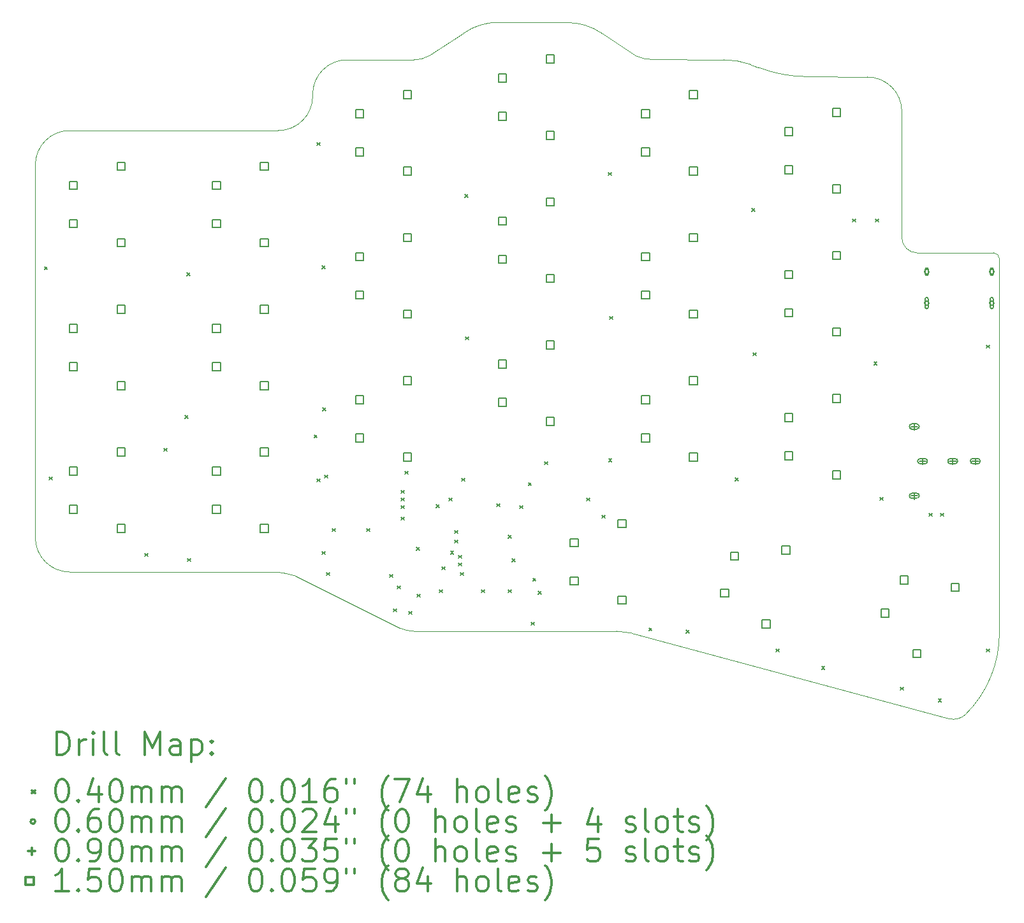
<source format=gbr>
%FSLAX45Y45*%
G04 Gerber Fmt 4.5, Leading zero omitted, Abs format (unit mm)*
G04 Created by KiCad (PCBNEW (5.1.6-0-10_14)) date 2020-09-20 19:37:47*
%MOMM*%
%LPD*%
G01*
G04 APERTURE LIST*
%TA.AperFunction,Profile*%
%ADD10C,0.050000*%
%TD*%
%ADD11C,0.200000*%
%ADD12C,0.300000*%
G04 APERTURE END LIST*
D10*
X12293600Y-4973156D02*
X13258800Y-4978400D01*
X11176000Y-4483100D02*
X10265874Y-4479993D01*
X12293600Y-4973156D02*
G75*
G02*
X12094252Y-4926816I0J451956D01*
G01*
X15621000Y-5664200D02*
X15621000Y-7340600D01*
X14376400Y-5201948D02*
X15163800Y-5207000D01*
X14376400Y-5201948D02*
G75*
G02*
X13716000Y-5080000I0J1849148D01*
G01*
X13606116Y-5036521D02*
X13716000Y-5080000D01*
X13606116Y-5036521D02*
G75*
G03*
X13258800Y-4978400I-347316J-1008679D01*
G01*
X12094252Y-4926816D02*
X11637473Y-4625907D01*
X11176000Y-4483100D02*
G75*
G02*
X11637473Y-4625907I4274J-803207D01*
G01*
X8255000Y-4978400D02*
X8331200Y-4978400D01*
X7340600Y-5918200D02*
X4572000Y-5918200D01*
X16840200Y-7543800D02*
X15824200Y-7543800D01*
X16916400Y-7772400D02*
X16916400Y-7620000D01*
X16840200Y-7543800D02*
G75*
G02*
X16916400Y-7620000I0J-76200D01*
G01*
X15824200Y-7543800D02*
G75*
G02*
X15621000Y-7340600I0J203200D01*
G01*
X15621000Y-5664200D02*
G75*
G03*
X15163800Y-5207000I-457200J0D01*
G01*
X8331200Y-4978400D02*
X9144000Y-4978400D01*
X10265874Y-4479993D02*
G75*
G03*
X9804400Y-4622800I-4274J-803207D01*
G01*
X9347621Y-4923709D02*
X9804400Y-4622800D01*
X9347621Y-4923709D02*
G75*
G02*
X9144000Y-4978400I-203621J351709D01*
G01*
X7797800Y-5461000D02*
X7797800Y-5435600D01*
X8255000Y-4978400D02*
G75*
G03*
X7797800Y-5435600I0J-457200D01*
G01*
X7340600Y-5918200D02*
G75*
G03*
X7797800Y-5461000I0J457200D01*
G01*
X4114800Y-11328400D02*
X4114800Y-6375400D01*
X7213740Y-11788270D02*
X4572000Y-11785600D01*
X4572000Y-5918200D02*
G75*
G03*
X4114800Y-6375400I0J-457200D01*
G01*
X4114800Y-11328400D02*
G75*
G03*
X4572000Y-11785600I457200J0D01*
G01*
X8950779Y-12530164D02*
X7569200Y-11836400D01*
X8950779Y-12530164D02*
G75*
G03*
X9144000Y-12573000I193221J414364D01*
G01*
X11836400Y-12573385D02*
X9144000Y-12573000D01*
X11836400Y-12573385D02*
G75*
G02*
X12039600Y-12598400I0J-837815D01*
G01*
X16247053Y-13735777D02*
X12039600Y-12598400D01*
X7213740Y-11788270D02*
G75*
G02*
X7569200Y-11836400I50660J-962530D01*
G01*
X16247053Y-13735777D02*
G75*
G03*
X16470031Y-13676031I59747J222977D01*
G01*
X16470031Y-13676031D02*
G75*
G03*
X16916400Y-12598400I-1077631J1077631D01*
G01*
X16916400Y-7772400D02*
X16916400Y-12598400D01*
D11*
X4234500Y-7727000D02*
X4274500Y-7767000D01*
X4274500Y-7727000D02*
X4234500Y-7767000D01*
X4298000Y-10521000D02*
X4338000Y-10561000D01*
X4338000Y-10521000D02*
X4298000Y-10561000D01*
X5568000Y-11537000D02*
X5608000Y-11577000D01*
X5608000Y-11537000D02*
X5568000Y-11577000D01*
X5822000Y-10140000D02*
X5862000Y-10180000D01*
X5862000Y-10140000D02*
X5822000Y-10180000D01*
X6104600Y-9705000D02*
X6144600Y-9745000D01*
X6144600Y-9705000D02*
X6104600Y-9745000D01*
X6125000Y-7805000D02*
X6165000Y-7845000D01*
X6165000Y-7805000D02*
X6125000Y-7845000D01*
X6135000Y-11605000D02*
X6175000Y-11645000D01*
X6175000Y-11605000D02*
X6135000Y-11645000D01*
X7815900Y-9962200D02*
X7855900Y-10002200D01*
X7855900Y-9962200D02*
X7815900Y-10002200D01*
X7854000Y-6076000D02*
X7894000Y-6116000D01*
X7894000Y-6076000D02*
X7854000Y-6116000D01*
X7854000Y-10546400D02*
X7894000Y-10586400D01*
X7894000Y-10546400D02*
X7854000Y-10586400D01*
X7922700Y-7712300D02*
X7962700Y-7752300D01*
X7962700Y-7712300D02*
X7922700Y-7752300D01*
X7922700Y-11512300D02*
X7962700Y-11552300D01*
X7962700Y-11512300D02*
X7922700Y-11552300D01*
X7929300Y-9605700D02*
X7969300Y-9645700D01*
X7969300Y-9605700D02*
X7929300Y-9645700D01*
X7955600Y-10495600D02*
X7995600Y-10535600D01*
X7995600Y-10495600D02*
X7955600Y-10535600D01*
X7981000Y-11791000D02*
X8021000Y-11831000D01*
X8021000Y-11791000D02*
X7981000Y-11831000D01*
X8057200Y-11206800D02*
X8097200Y-11246800D01*
X8097200Y-11206800D02*
X8057200Y-11246800D01*
X8514400Y-11206800D02*
X8554400Y-11246800D01*
X8554400Y-11206800D02*
X8514400Y-11246800D01*
X8819200Y-11816400D02*
X8859200Y-11856400D01*
X8859200Y-11816400D02*
X8819200Y-11856400D01*
X8870000Y-12273600D02*
X8910000Y-12313600D01*
X8910000Y-12273600D02*
X8870000Y-12313600D01*
X8920800Y-11968800D02*
X8960800Y-12008800D01*
X8960800Y-11968800D02*
X8920800Y-12008800D01*
X8971600Y-10698800D02*
X9011600Y-10738800D01*
X9011600Y-10698800D02*
X8971600Y-10738800D01*
X8971600Y-10800400D02*
X9011600Y-10840400D01*
X9011600Y-10800400D02*
X8971600Y-10840400D01*
X8971600Y-10902000D02*
X9011600Y-10942000D01*
X9011600Y-10902000D02*
X8971600Y-10942000D01*
X8971600Y-11054400D02*
X9011600Y-11094400D01*
X9011600Y-11054400D02*
X8971600Y-11094400D01*
X9022400Y-10444800D02*
X9062400Y-10484800D01*
X9062400Y-10444800D02*
X9022400Y-10484800D01*
X9073200Y-12309002D02*
X9113200Y-12349002D01*
X9113200Y-12309002D02*
X9073200Y-12349002D01*
X9175642Y-11459800D02*
X9215642Y-11499800D01*
X9215642Y-11459800D02*
X9175642Y-11499800D01*
X9182730Y-12079545D02*
X9222730Y-12119545D01*
X9222730Y-12079545D02*
X9182730Y-12119545D01*
X9440760Y-10888747D02*
X9480760Y-10928747D01*
X9480760Y-10888747D02*
X9440760Y-10928747D01*
X9479600Y-12019600D02*
X9519600Y-12059600D01*
X9519600Y-12019600D02*
X9479600Y-12059600D01*
X9512094Y-11714800D02*
X9552094Y-11754800D01*
X9552094Y-11714800D02*
X9512094Y-11754800D01*
X9606600Y-10800400D02*
X9646600Y-10840400D01*
X9646600Y-10800400D02*
X9606600Y-10840400D01*
X9628807Y-11507997D02*
X9668807Y-11547997D01*
X9668807Y-11507997D02*
X9628807Y-11547997D01*
X9682800Y-11232200D02*
X9722800Y-11272200D01*
X9722800Y-11232200D02*
X9682800Y-11272200D01*
X9682800Y-11359200D02*
X9722800Y-11399200D01*
X9722800Y-11359200D02*
X9682800Y-11399200D01*
X9733600Y-11562400D02*
X9773600Y-11602400D01*
X9773600Y-11562400D02*
X9733600Y-11602400D01*
X9733600Y-11664000D02*
X9773600Y-11704000D01*
X9773600Y-11664000D02*
X9733600Y-11704000D01*
X9757269Y-11791517D02*
X9797269Y-11831517D01*
X9797269Y-11791517D02*
X9757269Y-11831517D01*
X9776300Y-10538300D02*
X9816300Y-10578300D01*
X9816300Y-10538300D02*
X9776300Y-10578300D01*
X9816500Y-6768500D02*
X9856500Y-6808500D01*
X9856500Y-6768500D02*
X9816500Y-6808500D01*
X9826700Y-8658300D02*
X9866700Y-8698300D01*
X9866700Y-8658300D02*
X9826700Y-8698300D01*
X10038400Y-12019600D02*
X10078400Y-12059600D01*
X10078400Y-12019600D02*
X10038400Y-12059600D01*
X10241600Y-10876600D02*
X10281600Y-10916600D01*
X10281600Y-10876600D02*
X10241600Y-10916600D01*
X10394000Y-11295700D02*
X10434000Y-11335700D01*
X10434000Y-11295700D02*
X10394000Y-11335700D01*
X10394000Y-12019600D02*
X10434000Y-12059600D01*
X10434000Y-12019600D02*
X10394000Y-12059600D01*
X10443699Y-11612501D02*
X10483699Y-11652501D01*
X10483699Y-11612501D02*
X10443699Y-11652501D01*
X10546400Y-10902000D02*
X10586400Y-10942000D01*
X10586400Y-10902000D02*
X10546400Y-10942000D01*
X10660700Y-10597200D02*
X10700700Y-10637200D01*
X10700700Y-10597200D02*
X10660700Y-10637200D01*
X10698800Y-12451400D02*
X10738800Y-12491400D01*
X10738800Y-12451400D02*
X10698800Y-12491400D01*
X10721801Y-11867200D02*
X10761801Y-11907200D01*
X10761801Y-11867200D02*
X10721801Y-11907200D01*
X10794502Y-12043067D02*
X10834502Y-12083067D01*
X10834502Y-12043067D02*
X10794502Y-12083067D01*
X10876600Y-10317800D02*
X10916600Y-10357800D01*
X10916600Y-10317800D02*
X10876600Y-10357800D01*
X11435400Y-10800400D02*
X11475400Y-10840400D01*
X11475400Y-10800400D02*
X11435400Y-10840400D01*
X11638600Y-11029000D02*
X11678600Y-11069000D01*
X11678600Y-11029000D02*
X11638600Y-11069000D01*
X11723600Y-6473600D02*
X11763600Y-6513600D01*
X11763600Y-6473600D02*
X11723600Y-6513600D01*
X11728600Y-10278600D02*
X11768600Y-10318600D01*
X11768600Y-10278600D02*
X11728600Y-10318600D01*
X11738800Y-8388800D02*
X11778800Y-8428800D01*
X11778800Y-8388800D02*
X11738800Y-8428800D01*
X12260900Y-12527600D02*
X12300900Y-12567600D01*
X12300900Y-12527600D02*
X12260900Y-12567600D01*
X12754200Y-12555000D02*
X12794200Y-12595000D01*
X12794200Y-12555000D02*
X12754200Y-12595000D01*
X13406300Y-10531300D02*
X13446300Y-10571300D01*
X13446300Y-10531300D02*
X13406300Y-10571300D01*
X13629900Y-6954900D02*
X13669900Y-6994900D01*
X13669900Y-6954900D02*
X13629900Y-6994900D01*
X13645100Y-8870100D02*
X13685100Y-8910100D01*
X13685100Y-8870100D02*
X13645100Y-8910100D01*
X13950000Y-12807000D02*
X13990000Y-12847000D01*
X13990000Y-12807000D02*
X13950000Y-12847000D01*
X14555522Y-13039678D02*
X14595522Y-13079678D01*
X14595522Y-13039678D02*
X14555522Y-13079678D01*
X14966000Y-7092000D02*
X15006000Y-7132000D01*
X15006000Y-7092000D02*
X14966000Y-7132000D01*
X15249900Y-8992500D02*
X15289900Y-9032500D01*
X15289900Y-8992500D02*
X15249900Y-9032500D01*
X15270300Y-7092500D02*
X15310300Y-7132500D01*
X15310300Y-7092500D02*
X15270300Y-7132500D01*
X15329750Y-10792250D02*
X15369750Y-10832250D01*
X15369750Y-10792250D02*
X15329750Y-10832250D01*
X15601000Y-13315000D02*
X15641000Y-13355000D01*
X15641000Y-13315000D02*
X15601000Y-13355000D01*
X15982000Y-11003600D02*
X16022000Y-11043600D01*
X16022000Y-11003600D02*
X15982000Y-11043600D01*
X16106453Y-13469947D02*
X16146453Y-13509947D01*
X16146453Y-13469947D02*
X16106453Y-13509947D01*
X16134400Y-11003600D02*
X16174400Y-11043600D01*
X16174400Y-11003600D02*
X16134400Y-11043600D01*
X16744000Y-8768400D02*
X16784000Y-8808400D01*
X16784000Y-8768400D02*
X16744000Y-8808400D01*
X16744000Y-12807000D02*
X16784000Y-12847000D01*
X16784000Y-12807000D02*
X16744000Y-12847000D01*
X15981000Y-7794400D02*
G75*
G03*
X15981000Y-7794400I-30000J0D01*
G01*
X15971000Y-7824400D02*
X15971000Y-7764400D01*
X15931000Y-7824400D02*
X15931000Y-7764400D01*
X15971000Y-7764400D02*
G75*
G03*
X15931000Y-7764400I-20000J0D01*
G01*
X15931000Y-7824400D02*
G75*
G03*
X15971000Y-7824400I20000J0D01*
G01*
X15981000Y-8212400D02*
G75*
G03*
X15981000Y-8212400I-30000J0D01*
G01*
X15971000Y-8267400D02*
X15971000Y-8157400D01*
X15931000Y-8267400D02*
X15931000Y-8157400D01*
X15971000Y-8157400D02*
G75*
G03*
X15931000Y-8157400I-20000J0D01*
G01*
X15931000Y-8267400D02*
G75*
G03*
X15971000Y-8267400I20000J0D01*
G01*
X16845000Y-7794400D02*
G75*
G03*
X16845000Y-7794400I-30000J0D01*
G01*
X16835000Y-7824400D02*
X16835000Y-7764400D01*
X16795000Y-7824400D02*
X16795000Y-7764400D01*
X16835000Y-7764400D02*
G75*
G03*
X16795000Y-7764400I-20000J0D01*
G01*
X16795000Y-7824400D02*
G75*
G03*
X16835000Y-7824400I20000J0D01*
G01*
X16845000Y-8212400D02*
G75*
G03*
X16845000Y-8212400I-30000J0D01*
G01*
X16835000Y-8267400D02*
X16835000Y-8157400D01*
X16795000Y-8267400D02*
X16795000Y-8157400D01*
X16835000Y-8157400D02*
G75*
G03*
X16795000Y-8157400I-20000J0D01*
G01*
X16795000Y-8267400D02*
G75*
G03*
X16835000Y-8267400I20000J0D01*
G01*
X15786400Y-9807400D02*
X15786400Y-9897400D01*
X15741400Y-9852400D02*
X15831400Y-9852400D01*
X15816400Y-9817400D02*
X15756400Y-9817400D01*
X15816400Y-9887400D02*
X15756400Y-9887400D01*
X15756400Y-9817400D02*
G75*
G03*
X15756400Y-9887400I0J-35000D01*
G01*
X15816400Y-9887400D02*
G75*
G03*
X15816400Y-9817400I0J35000D01*
G01*
X15786400Y-10727400D02*
X15786400Y-10817400D01*
X15741400Y-10772400D02*
X15831400Y-10772400D01*
X15816400Y-10737400D02*
X15756400Y-10737400D01*
X15816400Y-10807400D02*
X15756400Y-10807400D01*
X15756400Y-10737400D02*
G75*
G03*
X15756400Y-10807400I0J-35000D01*
G01*
X15816400Y-10807400D02*
G75*
G03*
X15816400Y-10737400I0J35000D01*
G01*
X15896400Y-10267400D02*
X15896400Y-10357400D01*
X15851400Y-10312400D02*
X15941400Y-10312400D01*
X15926400Y-10277400D02*
X15866400Y-10277400D01*
X15926400Y-10347400D02*
X15866400Y-10347400D01*
X15866400Y-10277400D02*
G75*
G03*
X15866400Y-10347400I0J-35000D01*
G01*
X15926400Y-10347400D02*
G75*
G03*
X15926400Y-10277400I0J35000D01*
G01*
X16296400Y-10267400D02*
X16296400Y-10357400D01*
X16251400Y-10312400D02*
X16341400Y-10312400D01*
X16326400Y-10277400D02*
X16266400Y-10277400D01*
X16326400Y-10347400D02*
X16266400Y-10347400D01*
X16266400Y-10277400D02*
G75*
G03*
X16266400Y-10347400I0J-35000D01*
G01*
X16326400Y-10347400D02*
G75*
G03*
X16326400Y-10277400I0J35000D01*
G01*
X16596400Y-10267400D02*
X16596400Y-10357400D01*
X16551400Y-10312400D02*
X16641400Y-10312400D01*
X16626400Y-10277400D02*
X16566400Y-10277400D01*
X16626400Y-10347400D02*
X16566400Y-10347400D01*
X16566400Y-10277400D02*
G75*
G03*
X16566400Y-10347400I0J-35000D01*
G01*
X16626400Y-10347400D02*
G75*
G03*
X16626400Y-10277400I0J35000D01*
G01*
X14171984Y-5986484D02*
X14171984Y-5880516D01*
X14066016Y-5880516D01*
X14066016Y-5986484D01*
X14171984Y-5986484D01*
X14171984Y-6494484D02*
X14171984Y-6388516D01*
X14066016Y-6388516D01*
X14066016Y-6494484D01*
X14171984Y-6494484D01*
X14806984Y-5732484D02*
X14806984Y-5626516D01*
X14701016Y-5626516D01*
X14701016Y-5732484D01*
X14806984Y-5732484D01*
X14806984Y-6748484D02*
X14806984Y-6642516D01*
X14701016Y-6642516D01*
X14701016Y-6748484D01*
X14806984Y-6748484D01*
X12271984Y-5748984D02*
X12271984Y-5643016D01*
X12166016Y-5643016D01*
X12166016Y-5748984D01*
X12271984Y-5748984D01*
X12271984Y-6256984D02*
X12271984Y-6151016D01*
X12166016Y-6151016D01*
X12166016Y-6256984D01*
X12271984Y-6256984D01*
X12906984Y-5494984D02*
X12906984Y-5389016D01*
X12801016Y-5389016D01*
X12801016Y-5494984D01*
X12906984Y-5494984D01*
X12906984Y-6510984D02*
X12906984Y-6405016D01*
X12801016Y-6405016D01*
X12801016Y-6510984D01*
X12906984Y-6510984D01*
X12271984Y-9548984D02*
X12271984Y-9443016D01*
X12166016Y-9443016D01*
X12166016Y-9548984D01*
X12271984Y-9548984D01*
X12271984Y-10056984D02*
X12271984Y-9951016D01*
X12166016Y-9951016D01*
X12166016Y-10056984D01*
X12271984Y-10056984D01*
X12906984Y-9294984D02*
X12906984Y-9189016D01*
X12801016Y-9189016D01*
X12801016Y-9294984D01*
X12906984Y-9294984D01*
X12906984Y-10310984D02*
X12906984Y-10205016D01*
X12801016Y-10205016D01*
X12801016Y-10310984D01*
X12906984Y-10310984D01*
X10371984Y-7173984D02*
X10371984Y-7068016D01*
X10266016Y-7068016D01*
X10266016Y-7173984D01*
X10371984Y-7173984D01*
X10371984Y-7681984D02*
X10371984Y-7576016D01*
X10266016Y-7576016D01*
X10266016Y-7681984D01*
X10371984Y-7681984D01*
X11006984Y-6919984D02*
X11006984Y-6814016D01*
X10901016Y-6814016D01*
X10901016Y-6919984D01*
X11006984Y-6919984D01*
X11006984Y-7935984D02*
X11006984Y-7830016D01*
X10901016Y-7830016D01*
X10901016Y-7935984D01*
X11006984Y-7935984D01*
X4671984Y-8598984D02*
X4671984Y-8493016D01*
X4566016Y-8493016D01*
X4566016Y-8598984D01*
X4671984Y-8598984D01*
X4671984Y-9106984D02*
X4671984Y-9001016D01*
X4566016Y-9001016D01*
X4566016Y-9106984D01*
X4671984Y-9106984D01*
X5306984Y-8344984D02*
X5306984Y-8239016D01*
X5201016Y-8239016D01*
X5201016Y-8344984D01*
X5306984Y-8344984D01*
X5306984Y-9360984D02*
X5306984Y-9255016D01*
X5201016Y-9255016D01*
X5201016Y-9360984D01*
X5306984Y-9360984D01*
X8471984Y-9548984D02*
X8471984Y-9443016D01*
X8366016Y-9443016D01*
X8366016Y-9548984D01*
X8471984Y-9548984D01*
X8471984Y-10056984D02*
X8471984Y-9951016D01*
X8366016Y-9951016D01*
X8366016Y-10056984D01*
X8471984Y-10056984D01*
X9106984Y-9294984D02*
X9106984Y-9189016D01*
X9001016Y-9189016D01*
X9001016Y-9294984D01*
X9106984Y-9294984D01*
X9106984Y-10310984D02*
X9106984Y-10205016D01*
X9001016Y-10205016D01*
X9001016Y-10310984D01*
X9106984Y-10310984D01*
X14171984Y-7886484D02*
X14171984Y-7780516D01*
X14066016Y-7780516D01*
X14066016Y-7886484D01*
X14171984Y-7886484D01*
X14171984Y-8394484D02*
X14171984Y-8288516D01*
X14066016Y-8288516D01*
X14066016Y-8394484D01*
X14171984Y-8394484D01*
X14806984Y-7632484D02*
X14806984Y-7526516D01*
X14701016Y-7526516D01*
X14701016Y-7632484D01*
X14806984Y-7632484D01*
X14806984Y-8648484D02*
X14806984Y-8542516D01*
X14701016Y-8542516D01*
X14701016Y-8648484D01*
X14806984Y-8648484D01*
X6571984Y-10498984D02*
X6571984Y-10393016D01*
X6466016Y-10393016D01*
X6466016Y-10498984D01*
X6571984Y-10498984D01*
X6571984Y-11006984D02*
X6571984Y-10901016D01*
X6466016Y-10901016D01*
X6466016Y-11006984D01*
X6571984Y-11006984D01*
X7206984Y-10244984D02*
X7206984Y-10139016D01*
X7101016Y-10139016D01*
X7101016Y-10244984D01*
X7206984Y-10244984D01*
X7206984Y-11260984D02*
X7206984Y-11155016D01*
X7101016Y-11155016D01*
X7101016Y-11260984D01*
X7206984Y-11260984D01*
X15449828Y-12383854D02*
X15449828Y-12277886D01*
X15343860Y-12277886D01*
X15343860Y-12383854D01*
X15449828Y-12383854D01*
X15703828Y-11943913D02*
X15703828Y-11837945D01*
X15597860Y-11837945D01*
X15597860Y-11943913D01*
X15703828Y-11943913D01*
X15872754Y-12921325D02*
X15872754Y-12815357D01*
X15766786Y-12815357D01*
X15766786Y-12921325D01*
X15872754Y-12921325D01*
X16380754Y-12041443D02*
X16380754Y-11935475D01*
X16274786Y-11935475D01*
X16274786Y-12041443D01*
X16380754Y-12041443D01*
X10371984Y-5273984D02*
X10371984Y-5168016D01*
X10266016Y-5168016D01*
X10266016Y-5273984D01*
X10371984Y-5273984D01*
X10371984Y-5781984D02*
X10371984Y-5676016D01*
X10266016Y-5676016D01*
X10266016Y-5781984D01*
X10371984Y-5781984D01*
X11006984Y-5019984D02*
X11006984Y-4914016D01*
X10901016Y-4914016D01*
X10901016Y-5019984D01*
X11006984Y-5019984D01*
X11006984Y-6035984D02*
X11006984Y-5930016D01*
X10901016Y-5930016D01*
X10901016Y-6035984D01*
X11006984Y-6035984D01*
X14171984Y-9786484D02*
X14171984Y-9680516D01*
X14066016Y-9680516D01*
X14066016Y-9786484D01*
X14171984Y-9786484D01*
X14171984Y-10294484D02*
X14171984Y-10188516D01*
X14066016Y-10188516D01*
X14066016Y-10294484D01*
X14171984Y-10294484D01*
X14806984Y-9532484D02*
X14806984Y-9426516D01*
X14701016Y-9426516D01*
X14701016Y-9532484D01*
X14806984Y-9532484D01*
X14806984Y-10548484D02*
X14806984Y-10442516D01*
X14701016Y-10442516D01*
X14701016Y-10548484D01*
X14806984Y-10548484D01*
X10371984Y-9073984D02*
X10371984Y-8968016D01*
X10266016Y-8968016D01*
X10266016Y-9073984D01*
X10371984Y-9073984D01*
X10371984Y-9581984D02*
X10371984Y-9476016D01*
X10266016Y-9476016D01*
X10266016Y-9581984D01*
X10371984Y-9581984D01*
X11006984Y-8819984D02*
X11006984Y-8714016D01*
X10901016Y-8714016D01*
X10901016Y-8819984D01*
X11006984Y-8819984D01*
X11006984Y-9835984D02*
X11006984Y-9730016D01*
X10901016Y-9730016D01*
X10901016Y-9835984D01*
X11006984Y-9835984D01*
X12271984Y-7648984D02*
X12271984Y-7543016D01*
X12166016Y-7543016D01*
X12166016Y-7648984D01*
X12271984Y-7648984D01*
X12271984Y-8156984D02*
X12271984Y-8051016D01*
X12166016Y-8051016D01*
X12166016Y-8156984D01*
X12271984Y-8156984D01*
X12906984Y-7394984D02*
X12906984Y-7289016D01*
X12801016Y-7289016D01*
X12801016Y-7394984D01*
X12906984Y-7394984D01*
X12906984Y-8410984D02*
X12906984Y-8305016D01*
X12801016Y-8305016D01*
X12801016Y-8410984D01*
X12906984Y-8410984D01*
X4671984Y-10498984D02*
X4671984Y-10393016D01*
X4566016Y-10393016D01*
X4566016Y-10498984D01*
X4671984Y-10498984D01*
X4671984Y-11006984D02*
X4671984Y-10901016D01*
X4566016Y-10901016D01*
X4566016Y-11006984D01*
X4671984Y-11006984D01*
X5306984Y-10244984D02*
X5306984Y-10139016D01*
X5201016Y-10139016D01*
X5201016Y-10244984D01*
X5306984Y-10244984D01*
X5306984Y-11260984D02*
X5306984Y-11155016D01*
X5201016Y-11155016D01*
X5201016Y-11260984D01*
X5306984Y-11260984D01*
X4671984Y-6698984D02*
X4671984Y-6593016D01*
X4566016Y-6593016D01*
X4566016Y-6698984D01*
X4671984Y-6698984D01*
X4671984Y-7206984D02*
X4671984Y-7101016D01*
X4566016Y-7101016D01*
X4566016Y-7206984D01*
X4671984Y-7206984D01*
X5306984Y-6444984D02*
X5306984Y-6339016D01*
X5201016Y-6339016D01*
X5201016Y-6444984D01*
X5306984Y-6444984D01*
X5306984Y-7460984D02*
X5306984Y-7355016D01*
X5201016Y-7355016D01*
X5201016Y-7460984D01*
X5306984Y-7460984D01*
X13322326Y-12120019D02*
X13322326Y-12014051D01*
X13216358Y-12014051D01*
X13216358Y-12120019D01*
X13322326Y-12120019D01*
X13453806Y-11629329D02*
X13453806Y-11523361D01*
X13347838Y-11523361D01*
X13347838Y-11629329D01*
X13453806Y-11629329D01*
X13869949Y-12529714D02*
X13869949Y-12423746D01*
X13763981Y-12423746D01*
X13763981Y-12529714D01*
X13869949Y-12529714D01*
X14132909Y-11548334D02*
X14132909Y-11442366D01*
X14026941Y-11442366D01*
X14026941Y-11548334D01*
X14132909Y-11548334D01*
X11321984Y-11448984D02*
X11321984Y-11343016D01*
X11216016Y-11343016D01*
X11216016Y-11448984D01*
X11321984Y-11448984D01*
X11321984Y-11956984D02*
X11321984Y-11851016D01*
X11216016Y-11851016D01*
X11216016Y-11956984D01*
X11321984Y-11956984D01*
X11956984Y-11194984D02*
X11956984Y-11089016D01*
X11851016Y-11089016D01*
X11851016Y-11194984D01*
X11956984Y-11194984D01*
X11956984Y-12210984D02*
X11956984Y-12105016D01*
X11851016Y-12105016D01*
X11851016Y-12210984D01*
X11956984Y-12210984D01*
X8471984Y-7648984D02*
X8471984Y-7543016D01*
X8366016Y-7543016D01*
X8366016Y-7648984D01*
X8471984Y-7648984D01*
X8471984Y-8156984D02*
X8471984Y-8051016D01*
X8366016Y-8051016D01*
X8366016Y-8156984D01*
X8471984Y-8156984D01*
X9106984Y-7394984D02*
X9106984Y-7289016D01*
X9001016Y-7289016D01*
X9001016Y-7394984D01*
X9106984Y-7394984D01*
X9106984Y-8410984D02*
X9106984Y-8305016D01*
X9001016Y-8305016D01*
X9001016Y-8410984D01*
X9106984Y-8410984D01*
X8471984Y-5748984D02*
X8471984Y-5643016D01*
X8366016Y-5643016D01*
X8366016Y-5748984D01*
X8471984Y-5748984D01*
X8471984Y-6256984D02*
X8471984Y-6151016D01*
X8366016Y-6151016D01*
X8366016Y-6256984D01*
X8471984Y-6256984D01*
X9106984Y-5494984D02*
X9106984Y-5389016D01*
X9001016Y-5389016D01*
X9001016Y-5494984D01*
X9106984Y-5494984D01*
X9106984Y-6510984D02*
X9106984Y-6405016D01*
X9001016Y-6405016D01*
X9001016Y-6510984D01*
X9106984Y-6510984D01*
X6571984Y-8598984D02*
X6571984Y-8493016D01*
X6466016Y-8493016D01*
X6466016Y-8598984D01*
X6571984Y-8598984D01*
X6571984Y-9106984D02*
X6571984Y-9001016D01*
X6466016Y-9001016D01*
X6466016Y-9106984D01*
X6571984Y-9106984D01*
X7206984Y-8344984D02*
X7206984Y-8239016D01*
X7101016Y-8239016D01*
X7101016Y-8344984D01*
X7206984Y-8344984D01*
X7206984Y-9360984D02*
X7206984Y-9255016D01*
X7101016Y-9255016D01*
X7101016Y-9360984D01*
X7206984Y-9360984D01*
X6571984Y-6698984D02*
X6571984Y-6593016D01*
X6466016Y-6593016D01*
X6466016Y-6698984D01*
X6571984Y-6698984D01*
X6571984Y-7206984D02*
X6571984Y-7101016D01*
X6466016Y-7101016D01*
X6466016Y-7206984D01*
X6571984Y-7206984D01*
X7206984Y-6444984D02*
X7206984Y-6339016D01*
X7101016Y-6339016D01*
X7101016Y-6444984D01*
X7206984Y-6444984D01*
X7206984Y-7460984D02*
X7206984Y-7355016D01*
X7101016Y-7355016D01*
X7101016Y-7460984D01*
X7206984Y-7460984D01*
D12*
X4398728Y-14211857D02*
X4398728Y-13911857D01*
X4470157Y-13911857D01*
X4513014Y-13926143D01*
X4541586Y-13954714D01*
X4555871Y-13983286D01*
X4570157Y-14040429D01*
X4570157Y-14083286D01*
X4555871Y-14140429D01*
X4541586Y-14169000D01*
X4513014Y-14197571D01*
X4470157Y-14211857D01*
X4398728Y-14211857D01*
X4698728Y-14211857D02*
X4698728Y-14011857D01*
X4698728Y-14069000D02*
X4713014Y-14040429D01*
X4727300Y-14026143D01*
X4755871Y-14011857D01*
X4784443Y-14011857D01*
X4884443Y-14211857D02*
X4884443Y-14011857D01*
X4884443Y-13911857D02*
X4870157Y-13926143D01*
X4884443Y-13940429D01*
X4898728Y-13926143D01*
X4884443Y-13911857D01*
X4884443Y-13940429D01*
X5070157Y-14211857D02*
X5041586Y-14197571D01*
X5027300Y-14169000D01*
X5027300Y-13911857D01*
X5227300Y-14211857D02*
X5198728Y-14197571D01*
X5184443Y-14169000D01*
X5184443Y-13911857D01*
X5570157Y-14211857D02*
X5570157Y-13911857D01*
X5670157Y-14126143D01*
X5770157Y-13911857D01*
X5770157Y-14211857D01*
X6041586Y-14211857D02*
X6041586Y-14054714D01*
X6027300Y-14026143D01*
X5998728Y-14011857D01*
X5941586Y-14011857D01*
X5913014Y-14026143D01*
X6041586Y-14197571D02*
X6013014Y-14211857D01*
X5941586Y-14211857D01*
X5913014Y-14197571D01*
X5898728Y-14169000D01*
X5898728Y-14140429D01*
X5913014Y-14111857D01*
X5941586Y-14097571D01*
X6013014Y-14097571D01*
X6041586Y-14083286D01*
X6184443Y-14011857D02*
X6184443Y-14311857D01*
X6184443Y-14026143D02*
X6213014Y-14011857D01*
X6270157Y-14011857D01*
X6298728Y-14026143D01*
X6313014Y-14040429D01*
X6327300Y-14069000D01*
X6327300Y-14154714D01*
X6313014Y-14183286D01*
X6298728Y-14197571D01*
X6270157Y-14211857D01*
X6213014Y-14211857D01*
X6184443Y-14197571D01*
X6455871Y-14183286D02*
X6470157Y-14197571D01*
X6455871Y-14211857D01*
X6441586Y-14197571D01*
X6455871Y-14183286D01*
X6455871Y-14211857D01*
X6455871Y-14026143D02*
X6470157Y-14040429D01*
X6455871Y-14054714D01*
X6441586Y-14040429D01*
X6455871Y-14026143D01*
X6455871Y-14054714D01*
X4072300Y-14686143D02*
X4112300Y-14726143D01*
X4112300Y-14686143D02*
X4072300Y-14726143D01*
X4455871Y-14541857D02*
X4484443Y-14541857D01*
X4513014Y-14556143D01*
X4527300Y-14570429D01*
X4541586Y-14599000D01*
X4555871Y-14656143D01*
X4555871Y-14727571D01*
X4541586Y-14784714D01*
X4527300Y-14813286D01*
X4513014Y-14827571D01*
X4484443Y-14841857D01*
X4455871Y-14841857D01*
X4427300Y-14827571D01*
X4413014Y-14813286D01*
X4398728Y-14784714D01*
X4384443Y-14727571D01*
X4384443Y-14656143D01*
X4398728Y-14599000D01*
X4413014Y-14570429D01*
X4427300Y-14556143D01*
X4455871Y-14541857D01*
X4684443Y-14813286D02*
X4698728Y-14827571D01*
X4684443Y-14841857D01*
X4670157Y-14827571D01*
X4684443Y-14813286D01*
X4684443Y-14841857D01*
X4955871Y-14641857D02*
X4955871Y-14841857D01*
X4884443Y-14527571D02*
X4813014Y-14741857D01*
X4998728Y-14741857D01*
X5170157Y-14541857D02*
X5198728Y-14541857D01*
X5227300Y-14556143D01*
X5241586Y-14570429D01*
X5255871Y-14599000D01*
X5270157Y-14656143D01*
X5270157Y-14727571D01*
X5255871Y-14784714D01*
X5241586Y-14813286D01*
X5227300Y-14827571D01*
X5198728Y-14841857D01*
X5170157Y-14841857D01*
X5141586Y-14827571D01*
X5127300Y-14813286D01*
X5113014Y-14784714D01*
X5098728Y-14727571D01*
X5098728Y-14656143D01*
X5113014Y-14599000D01*
X5127300Y-14570429D01*
X5141586Y-14556143D01*
X5170157Y-14541857D01*
X5398728Y-14841857D02*
X5398728Y-14641857D01*
X5398728Y-14670429D02*
X5413014Y-14656143D01*
X5441586Y-14641857D01*
X5484443Y-14641857D01*
X5513014Y-14656143D01*
X5527300Y-14684714D01*
X5527300Y-14841857D01*
X5527300Y-14684714D02*
X5541586Y-14656143D01*
X5570157Y-14641857D01*
X5613014Y-14641857D01*
X5641586Y-14656143D01*
X5655871Y-14684714D01*
X5655871Y-14841857D01*
X5798728Y-14841857D02*
X5798728Y-14641857D01*
X5798728Y-14670429D02*
X5813014Y-14656143D01*
X5841586Y-14641857D01*
X5884443Y-14641857D01*
X5913014Y-14656143D01*
X5927300Y-14684714D01*
X5927300Y-14841857D01*
X5927300Y-14684714D02*
X5941586Y-14656143D01*
X5970157Y-14641857D01*
X6013014Y-14641857D01*
X6041586Y-14656143D01*
X6055871Y-14684714D01*
X6055871Y-14841857D01*
X6641586Y-14527571D02*
X6384443Y-14913286D01*
X7027300Y-14541857D02*
X7055871Y-14541857D01*
X7084443Y-14556143D01*
X7098728Y-14570429D01*
X7113014Y-14599000D01*
X7127300Y-14656143D01*
X7127300Y-14727571D01*
X7113014Y-14784714D01*
X7098728Y-14813286D01*
X7084443Y-14827571D01*
X7055871Y-14841857D01*
X7027300Y-14841857D01*
X6998728Y-14827571D01*
X6984443Y-14813286D01*
X6970157Y-14784714D01*
X6955871Y-14727571D01*
X6955871Y-14656143D01*
X6970157Y-14599000D01*
X6984443Y-14570429D01*
X6998728Y-14556143D01*
X7027300Y-14541857D01*
X7255871Y-14813286D02*
X7270157Y-14827571D01*
X7255871Y-14841857D01*
X7241586Y-14827571D01*
X7255871Y-14813286D01*
X7255871Y-14841857D01*
X7455871Y-14541857D02*
X7484443Y-14541857D01*
X7513014Y-14556143D01*
X7527300Y-14570429D01*
X7541586Y-14599000D01*
X7555871Y-14656143D01*
X7555871Y-14727571D01*
X7541586Y-14784714D01*
X7527300Y-14813286D01*
X7513014Y-14827571D01*
X7484443Y-14841857D01*
X7455871Y-14841857D01*
X7427300Y-14827571D01*
X7413014Y-14813286D01*
X7398728Y-14784714D01*
X7384443Y-14727571D01*
X7384443Y-14656143D01*
X7398728Y-14599000D01*
X7413014Y-14570429D01*
X7427300Y-14556143D01*
X7455871Y-14541857D01*
X7841586Y-14841857D02*
X7670157Y-14841857D01*
X7755871Y-14841857D02*
X7755871Y-14541857D01*
X7727300Y-14584714D01*
X7698728Y-14613286D01*
X7670157Y-14627571D01*
X8098728Y-14541857D02*
X8041586Y-14541857D01*
X8013014Y-14556143D01*
X7998728Y-14570429D01*
X7970157Y-14613286D01*
X7955871Y-14670429D01*
X7955871Y-14784714D01*
X7970157Y-14813286D01*
X7984443Y-14827571D01*
X8013014Y-14841857D01*
X8070157Y-14841857D01*
X8098728Y-14827571D01*
X8113014Y-14813286D01*
X8127300Y-14784714D01*
X8127300Y-14713286D01*
X8113014Y-14684714D01*
X8098728Y-14670429D01*
X8070157Y-14656143D01*
X8013014Y-14656143D01*
X7984443Y-14670429D01*
X7970157Y-14684714D01*
X7955871Y-14713286D01*
X8241586Y-14541857D02*
X8241586Y-14599000D01*
X8355871Y-14541857D02*
X8355871Y-14599000D01*
X8798728Y-14956143D02*
X8784443Y-14941857D01*
X8755871Y-14899000D01*
X8741586Y-14870429D01*
X8727300Y-14827571D01*
X8713014Y-14756143D01*
X8713014Y-14699000D01*
X8727300Y-14627571D01*
X8741586Y-14584714D01*
X8755871Y-14556143D01*
X8784443Y-14513286D01*
X8798728Y-14499000D01*
X8884443Y-14541857D02*
X9084443Y-14541857D01*
X8955871Y-14841857D01*
X9327300Y-14641857D02*
X9327300Y-14841857D01*
X9255871Y-14527571D02*
X9184443Y-14741857D01*
X9370157Y-14741857D01*
X9713014Y-14841857D02*
X9713014Y-14541857D01*
X9841586Y-14841857D02*
X9841586Y-14684714D01*
X9827300Y-14656143D01*
X9798728Y-14641857D01*
X9755871Y-14641857D01*
X9727300Y-14656143D01*
X9713014Y-14670429D01*
X10027300Y-14841857D02*
X9998728Y-14827571D01*
X9984443Y-14813286D01*
X9970157Y-14784714D01*
X9970157Y-14699000D01*
X9984443Y-14670429D01*
X9998728Y-14656143D01*
X10027300Y-14641857D01*
X10070157Y-14641857D01*
X10098728Y-14656143D01*
X10113014Y-14670429D01*
X10127300Y-14699000D01*
X10127300Y-14784714D01*
X10113014Y-14813286D01*
X10098728Y-14827571D01*
X10070157Y-14841857D01*
X10027300Y-14841857D01*
X10298728Y-14841857D02*
X10270157Y-14827571D01*
X10255871Y-14799000D01*
X10255871Y-14541857D01*
X10527300Y-14827571D02*
X10498728Y-14841857D01*
X10441586Y-14841857D01*
X10413014Y-14827571D01*
X10398728Y-14799000D01*
X10398728Y-14684714D01*
X10413014Y-14656143D01*
X10441586Y-14641857D01*
X10498728Y-14641857D01*
X10527300Y-14656143D01*
X10541586Y-14684714D01*
X10541586Y-14713286D01*
X10398728Y-14741857D01*
X10655871Y-14827571D02*
X10684443Y-14841857D01*
X10741586Y-14841857D01*
X10770157Y-14827571D01*
X10784443Y-14799000D01*
X10784443Y-14784714D01*
X10770157Y-14756143D01*
X10741586Y-14741857D01*
X10698728Y-14741857D01*
X10670157Y-14727571D01*
X10655871Y-14699000D01*
X10655871Y-14684714D01*
X10670157Y-14656143D01*
X10698728Y-14641857D01*
X10741586Y-14641857D01*
X10770157Y-14656143D01*
X10884443Y-14956143D02*
X10898728Y-14941857D01*
X10927300Y-14899000D01*
X10941586Y-14870429D01*
X10955871Y-14827571D01*
X10970157Y-14756143D01*
X10970157Y-14699000D01*
X10955871Y-14627571D01*
X10941586Y-14584714D01*
X10927300Y-14556143D01*
X10898728Y-14513286D01*
X10884443Y-14499000D01*
X4112300Y-15102143D02*
G75*
G03*
X4112300Y-15102143I-30000J0D01*
G01*
X4455871Y-14937857D02*
X4484443Y-14937857D01*
X4513014Y-14952143D01*
X4527300Y-14966429D01*
X4541586Y-14995000D01*
X4555871Y-15052143D01*
X4555871Y-15123571D01*
X4541586Y-15180714D01*
X4527300Y-15209286D01*
X4513014Y-15223571D01*
X4484443Y-15237857D01*
X4455871Y-15237857D01*
X4427300Y-15223571D01*
X4413014Y-15209286D01*
X4398728Y-15180714D01*
X4384443Y-15123571D01*
X4384443Y-15052143D01*
X4398728Y-14995000D01*
X4413014Y-14966429D01*
X4427300Y-14952143D01*
X4455871Y-14937857D01*
X4684443Y-15209286D02*
X4698728Y-15223571D01*
X4684443Y-15237857D01*
X4670157Y-15223571D01*
X4684443Y-15209286D01*
X4684443Y-15237857D01*
X4955871Y-14937857D02*
X4898728Y-14937857D01*
X4870157Y-14952143D01*
X4855871Y-14966429D01*
X4827300Y-15009286D01*
X4813014Y-15066429D01*
X4813014Y-15180714D01*
X4827300Y-15209286D01*
X4841586Y-15223571D01*
X4870157Y-15237857D01*
X4927300Y-15237857D01*
X4955871Y-15223571D01*
X4970157Y-15209286D01*
X4984443Y-15180714D01*
X4984443Y-15109286D01*
X4970157Y-15080714D01*
X4955871Y-15066429D01*
X4927300Y-15052143D01*
X4870157Y-15052143D01*
X4841586Y-15066429D01*
X4827300Y-15080714D01*
X4813014Y-15109286D01*
X5170157Y-14937857D02*
X5198728Y-14937857D01*
X5227300Y-14952143D01*
X5241586Y-14966429D01*
X5255871Y-14995000D01*
X5270157Y-15052143D01*
X5270157Y-15123571D01*
X5255871Y-15180714D01*
X5241586Y-15209286D01*
X5227300Y-15223571D01*
X5198728Y-15237857D01*
X5170157Y-15237857D01*
X5141586Y-15223571D01*
X5127300Y-15209286D01*
X5113014Y-15180714D01*
X5098728Y-15123571D01*
X5098728Y-15052143D01*
X5113014Y-14995000D01*
X5127300Y-14966429D01*
X5141586Y-14952143D01*
X5170157Y-14937857D01*
X5398728Y-15237857D02*
X5398728Y-15037857D01*
X5398728Y-15066429D02*
X5413014Y-15052143D01*
X5441586Y-15037857D01*
X5484443Y-15037857D01*
X5513014Y-15052143D01*
X5527300Y-15080714D01*
X5527300Y-15237857D01*
X5527300Y-15080714D02*
X5541586Y-15052143D01*
X5570157Y-15037857D01*
X5613014Y-15037857D01*
X5641586Y-15052143D01*
X5655871Y-15080714D01*
X5655871Y-15237857D01*
X5798728Y-15237857D02*
X5798728Y-15037857D01*
X5798728Y-15066429D02*
X5813014Y-15052143D01*
X5841586Y-15037857D01*
X5884443Y-15037857D01*
X5913014Y-15052143D01*
X5927300Y-15080714D01*
X5927300Y-15237857D01*
X5927300Y-15080714D02*
X5941586Y-15052143D01*
X5970157Y-15037857D01*
X6013014Y-15037857D01*
X6041586Y-15052143D01*
X6055871Y-15080714D01*
X6055871Y-15237857D01*
X6641586Y-14923571D02*
X6384443Y-15309286D01*
X7027300Y-14937857D02*
X7055871Y-14937857D01*
X7084443Y-14952143D01*
X7098728Y-14966429D01*
X7113014Y-14995000D01*
X7127300Y-15052143D01*
X7127300Y-15123571D01*
X7113014Y-15180714D01*
X7098728Y-15209286D01*
X7084443Y-15223571D01*
X7055871Y-15237857D01*
X7027300Y-15237857D01*
X6998728Y-15223571D01*
X6984443Y-15209286D01*
X6970157Y-15180714D01*
X6955871Y-15123571D01*
X6955871Y-15052143D01*
X6970157Y-14995000D01*
X6984443Y-14966429D01*
X6998728Y-14952143D01*
X7027300Y-14937857D01*
X7255871Y-15209286D02*
X7270157Y-15223571D01*
X7255871Y-15237857D01*
X7241586Y-15223571D01*
X7255871Y-15209286D01*
X7255871Y-15237857D01*
X7455871Y-14937857D02*
X7484443Y-14937857D01*
X7513014Y-14952143D01*
X7527300Y-14966429D01*
X7541586Y-14995000D01*
X7555871Y-15052143D01*
X7555871Y-15123571D01*
X7541586Y-15180714D01*
X7527300Y-15209286D01*
X7513014Y-15223571D01*
X7484443Y-15237857D01*
X7455871Y-15237857D01*
X7427300Y-15223571D01*
X7413014Y-15209286D01*
X7398728Y-15180714D01*
X7384443Y-15123571D01*
X7384443Y-15052143D01*
X7398728Y-14995000D01*
X7413014Y-14966429D01*
X7427300Y-14952143D01*
X7455871Y-14937857D01*
X7670157Y-14966429D02*
X7684443Y-14952143D01*
X7713014Y-14937857D01*
X7784443Y-14937857D01*
X7813014Y-14952143D01*
X7827300Y-14966429D01*
X7841586Y-14995000D01*
X7841586Y-15023571D01*
X7827300Y-15066429D01*
X7655871Y-15237857D01*
X7841586Y-15237857D01*
X8098728Y-15037857D02*
X8098728Y-15237857D01*
X8027300Y-14923571D02*
X7955871Y-15137857D01*
X8141586Y-15137857D01*
X8241586Y-14937857D02*
X8241586Y-14995000D01*
X8355871Y-14937857D02*
X8355871Y-14995000D01*
X8798728Y-15352143D02*
X8784443Y-15337857D01*
X8755871Y-15295000D01*
X8741586Y-15266429D01*
X8727300Y-15223571D01*
X8713014Y-15152143D01*
X8713014Y-15095000D01*
X8727300Y-15023571D01*
X8741586Y-14980714D01*
X8755871Y-14952143D01*
X8784443Y-14909286D01*
X8798728Y-14895000D01*
X8970157Y-14937857D02*
X8998728Y-14937857D01*
X9027300Y-14952143D01*
X9041586Y-14966429D01*
X9055871Y-14995000D01*
X9070157Y-15052143D01*
X9070157Y-15123571D01*
X9055871Y-15180714D01*
X9041586Y-15209286D01*
X9027300Y-15223571D01*
X8998728Y-15237857D01*
X8970157Y-15237857D01*
X8941586Y-15223571D01*
X8927300Y-15209286D01*
X8913014Y-15180714D01*
X8898728Y-15123571D01*
X8898728Y-15052143D01*
X8913014Y-14995000D01*
X8927300Y-14966429D01*
X8941586Y-14952143D01*
X8970157Y-14937857D01*
X9427300Y-15237857D02*
X9427300Y-14937857D01*
X9555871Y-15237857D02*
X9555871Y-15080714D01*
X9541586Y-15052143D01*
X9513014Y-15037857D01*
X9470157Y-15037857D01*
X9441586Y-15052143D01*
X9427300Y-15066429D01*
X9741586Y-15237857D02*
X9713014Y-15223571D01*
X9698728Y-15209286D01*
X9684443Y-15180714D01*
X9684443Y-15095000D01*
X9698728Y-15066429D01*
X9713014Y-15052143D01*
X9741586Y-15037857D01*
X9784443Y-15037857D01*
X9813014Y-15052143D01*
X9827300Y-15066429D01*
X9841586Y-15095000D01*
X9841586Y-15180714D01*
X9827300Y-15209286D01*
X9813014Y-15223571D01*
X9784443Y-15237857D01*
X9741586Y-15237857D01*
X10013014Y-15237857D02*
X9984443Y-15223571D01*
X9970157Y-15195000D01*
X9970157Y-14937857D01*
X10241586Y-15223571D02*
X10213014Y-15237857D01*
X10155871Y-15237857D01*
X10127300Y-15223571D01*
X10113014Y-15195000D01*
X10113014Y-15080714D01*
X10127300Y-15052143D01*
X10155871Y-15037857D01*
X10213014Y-15037857D01*
X10241586Y-15052143D01*
X10255871Y-15080714D01*
X10255871Y-15109286D01*
X10113014Y-15137857D01*
X10370157Y-15223571D02*
X10398728Y-15237857D01*
X10455871Y-15237857D01*
X10484443Y-15223571D01*
X10498728Y-15195000D01*
X10498728Y-15180714D01*
X10484443Y-15152143D01*
X10455871Y-15137857D01*
X10413014Y-15137857D01*
X10384443Y-15123571D01*
X10370157Y-15095000D01*
X10370157Y-15080714D01*
X10384443Y-15052143D01*
X10413014Y-15037857D01*
X10455871Y-15037857D01*
X10484443Y-15052143D01*
X10855871Y-15123571D02*
X11084443Y-15123571D01*
X10970157Y-15237857D02*
X10970157Y-15009286D01*
X11584443Y-15037857D02*
X11584443Y-15237857D01*
X11513014Y-14923571D02*
X11441586Y-15137857D01*
X11627300Y-15137857D01*
X11955871Y-15223571D02*
X11984443Y-15237857D01*
X12041586Y-15237857D01*
X12070157Y-15223571D01*
X12084443Y-15195000D01*
X12084443Y-15180714D01*
X12070157Y-15152143D01*
X12041586Y-15137857D01*
X11998728Y-15137857D01*
X11970157Y-15123571D01*
X11955871Y-15095000D01*
X11955871Y-15080714D01*
X11970157Y-15052143D01*
X11998728Y-15037857D01*
X12041586Y-15037857D01*
X12070157Y-15052143D01*
X12255871Y-15237857D02*
X12227300Y-15223571D01*
X12213014Y-15195000D01*
X12213014Y-14937857D01*
X12413014Y-15237857D02*
X12384443Y-15223571D01*
X12370157Y-15209286D01*
X12355871Y-15180714D01*
X12355871Y-15095000D01*
X12370157Y-15066429D01*
X12384443Y-15052143D01*
X12413014Y-15037857D01*
X12455871Y-15037857D01*
X12484443Y-15052143D01*
X12498728Y-15066429D01*
X12513014Y-15095000D01*
X12513014Y-15180714D01*
X12498728Y-15209286D01*
X12484443Y-15223571D01*
X12455871Y-15237857D01*
X12413014Y-15237857D01*
X12598728Y-15037857D02*
X12713014Y-15037857D01*
X12641586Y-14937857D02*
X12641586Y-15195000D01*
X12655871Y-15223571D01*
X12684443Y-15237857D01*
X12713014Y-15237857D01*
X12798728Y-15223571D02*
X12827300Y-15237857D01*
X12884443Y-15237857D01*
X12913014Y-15223571D01*
X12927300Y-15195000D01*
X12927300Y-15180714D01*
X12913014Y-15152143D01*
X12884443Y-15137857D01*
X12841586Y-15137857D01*
X12813014Y-15123571D01*
X12798728Y-15095000D01*
X12798728Y-15080714D01*
X12813014Y-15052143D01*
X12841586Y-15037857D01*
X12884443Y-15037857D01*
X12913014Y-15052143D01*
X13027300Y-15352143D02*
X13041586Y-15337857D01*
X13070157Y-15295000D01*
X13084443Y-15266429D01*
X13098728Y-15223571D01*
X13113014Y-15152143D01*
X13113014Y-15095000D01*
X13098728Y-15023571D01*
X13084443Y-14980714D01*
X13070157Y-14952143D01*
X13041586Y-14909286D01*
X13027300Y-14895000D01*
X4067300Y-15453143D02*
X4067300Y-15543143D01*
X4022300Y-15498143D02*
X4112300Y-15498143D01*
X4455871Y-15333857D02*
X4484443Y-15333857D01*
X4513014Y-15348143D01*
X4527300Y-15362429D01*
X4541586Y-15391000D01*
X4555871Y-15448143D01*
X4555871Y-15519571D01*
X4541586Y-15576714D01*
X4527300Y-15605286D01*
X4513014Y-15619571D01*
X4484443Y-15633857D01*
X4455871Y-15633857D01*
X4427300Y-15619571D01*
X4413014Y-15605286D01*
X4398728Y-15576714D01*
X4384443Y-15519571D01*
X4384443Y-15448143D01*
X4398728Y-15391000D01*
X4413014Y-15362429D01*
X4427300Y-15348143D01*
X4455871Y-15333857D01*
X4684443Y-15605286D02*
X4698728Y-15619571D01*
X4684443Y-15633857D01*
X4670157Y-15619571D01*
X4684443Y-15605286D01*
X4684443Y-15633857D01*
X4841586Y-15633857D02*
X4898728Y-15633857D01*
X4927300Y-15619571D01*
X4941586Y-15605286D01*
X4970157Y-15562429D01*
X4984443Y-15505286D01*
X4984443Y-15391000D01*
X4970157Y-15362429D01*
X4955871Y-15348143D01*
X4927300Y-15333857D01*
X4870157Y-15333857D01*
X4841586Y-15348143D01*
X4827300Y-15362429D01*
X4813014Y-15391000D01*
X4813014Y-15462429D01*
X4827300Y-15491000D01*
X4841586Y-15505286D01*
X4870157Y-15519571D01*
X4927300Y-15519571D01*
X4955871Y-15505286D01*
X4970157Y-15491000D01*
X4984443Y-15462429D01*
X5170157Y-15333857D02*
X5198728Y-15333857D01*
X5227300Y-15348143D01*
X5241586Y-15362429D01*
X5255871Y-15391000D01*
X5270157Y-15448143D01*
X5270157Y-15519571D01*
X5255871Y-15576714D01*
X5241586Y-15605286D01*
X5227300Y-15619571D01*
X5198728Y-15633857D01*
X5170157Y-15633857D01*
X5141586Y-15619571D01*
X5127300Y-15605286D01*
X5113014Y-15576714D01*
X5098728Y-15519571D01*
X5098728Y-15448143D01*
X5113014Y-15391000D01*
X5127300Y-15362429D01*
X5141586Y-15348143D01*
X5170157Y-15333857D01*
X5398728Y-15633857D02*
X5398728Y-15433857D01*
X5398728Y-15462429D02*
X5413014Y-15448143D01*
X5441586Y-15433857D01*
X5484443Y-15433857D01*
X5513014Y-15448143D01*
X5527300Y-15476714D01*
X5527300Y-15633857D01*
X5527300Y-15476714D02*
X5541586Y-15448143D01*
X5570157Y-15433857D01*
X5613014Y-15433857D01*
X5641586Y-15448143D01*
X5655871Y-15476714D01*
X5655871Y-15633857D01*
X5798728Y-15633857D02*
X5798728Y-15433857D01*
X5798728Y-15462429D02*
X5813014Y-15448143D01*
X5841586Y-15433857D01*
X5884443Y-15433857D01*
X5913014Y-15448143D01*
X5927300Y-15476714D01*
X5927300Y-15633857D01*
X5927300Y-15476714D02*
X5941586Y-15448143D01*
X5970157Y-15433857D01*
X6013014Y-15433857D01*
X6041586Y-15448143D01*
X6055871Y-15476714D01*
X6055871Y-15633857D01*
X6641586Y-15319571D02*
X6384443Y-15705286D01*
X7027300Y-15333857D02*
X7055871Y-15333857D01*
X7084443Y-15348143D01*
X7098728Y-15362429D01*
X7113014Y-15391000D01*
X7127300Y-15448143D01*
X7127300Y-15519571D01*
X7113014Y-15576714D01*
X7098728Y-15605286D01*
X7084443Y-15619571D01*
X7055871Y-15633857D01*
X7027300Y-15633857D01*
X6998728Y-15619571D01*
X6984443Y-15605286D01*
X6970157Y-15576714D01*
X6955871Y-15519571D01*
X6955871Y-15448143D01*
X6970157Y-15391000D01*
X6984443Y-15362429D01*
X6998728Y-15348143D01*
X7027300Y-15333857D01*
X7255871Y-15605286D02*
X7270157Y-15619571D01*
X7255871Y-15633857D01*
X7241586Y-15619571D01*
X7255871Y-15605286D01*
X7255871Y-15633857D01*
X7455871Y-15333857D02*
X7484443Y-15333857D01*
X7513014Y-15348143D01*
X7527300Y-15362429D01*
X7541586Y-15391000D01*
X7555871Y-15448143D01*
X7555871Y-15519571D01*
X7541586Y-15576714D01*
X7527300Y-15605286D01*
X7513014Y-15619571D01*
X7484443Y-15633857D01*
X7455871Y-15633857D01*
X7427300Y-15619571D01*
X7413014Y-15605286D01*
X7398728Y-15576714D01*
X7384443Y-15519571D01*
X7384443Y-15448143D01*
X7398728Y-15391000D01*
X7413014Y-15362429D01*
X7427300Y-15348143D01*
X7455871Y-15333857D01*
X7655871Y-15333857D02*
X7841586Y-15333857D01*
X7741586Y-15448143D01*
X7784443Y-15448143D01*
X7813014Y-15462429D01*
X7827300Y-15476714D01*
X7841586Y-15505286D01*
X7841586Y-15576714D01*
X7827300Y-15605286D01*
X7813014Y-15619571D01*
X7784443Y-15633857D01*
X7698728Y-15633857D01*
X7670157Y-15619571D01*
X7655871Y-15605286D01*
X8113014Y-15333857D02*
X7970157Y-15333857D01*
X7955871Y-15476714D01*
X7970157Y-15462429D01*
X7998728Y-15448143D01*
X8070157Y-15448143D01*
X8098728Y-15462429D01*
X8113014Y-15476714D01*
X8127300Y-15505286D01*
X8127300Y-15576714D01*
X8113014Y-15605286D01*
X8098728Y-15619571D01*
X8070157Y-15633857D01*
X7998728Y-15633857D01*
X7970157Y-15619571D01*
X7955871Y-15605286D01*
X8241586Y-15333857D02*
X8241586Y-15391000D01*
X8355871Y-15333857D02*
X8355871Y-15391000D01*
X8798728Y-15748143D02*
X8784443Y-15733857D01*
X8755871Y-15691000D01*
X8741586Y-15662429D01*
X8727300Y-15619571D01*
X8713014Y-15548143D01*
X8713014Y-15491000D01*
X8727300Y-15419571D01*
X8741586Y-15376714D01*
X8755871Y-15348143D01*
X8784443Y-15305286D01*
X8798728Y-15291000D01*
X8970157Y-15333857D02*
X8998728Y-15333857D01*
X9027300Y-15348143D01*
X9041586Y-15362429D01*
X9055871Y-15391000D01*
X9070157Y-15448143D01*
X9070157Y-15519571D01*
X9055871Y-15576714D01*
X9041586Y-15605286D01*
X9027300Y-15619571D01*
X8998728Y-15633857D01*
X8970157Y-15633857D01*
X8941586Y-15619571D01*
X8927300Y-15605286D01*
X8913014Y-15576714D01*
X8898728Y-15519571D01*
X8898728Y-15448143D01*
X8913014Y-15391000D01*
X8927300Y-15362429D01*
X8941586Y-15348143D01*
X8970157Y-15333857D01*
X9427300Y-15633857D02*
X9427300Y-15333857D01*
X9555871Y-15633857D02*
X9555871Y-15476714D01*
X9541586Y-15448143D01*
X9513014Y-15433857D01*
X9470157Y-15433857D01*
X9441586Y-15448143D01*
X9427300Y-15462429D01*
X9741586Y-15633857D02*
X9713014Y-15619571D01*
X9698728Y-15605286D01*
X9684443Y-15576714D01*
X9684443Y-15491000D01*
X9698728Y-15462429D01*
X9713014Y-15448143D01*
X9741586Y-15433857D01*
X9784443Y-15433857D01*
X9813014Y-15448143D01*
X9827300Y-15462429D01*
X9841586Y-15491000D01*
X9841586Y-15576714D01*
X9827300Y-15605286D01*
X9813014Y-15619571D01*
X9784443Y-15633857D01*
X9741586Y-15633857D01*
X10013014Y-15633857D02*
X9984443Y-15619571D01*
X9970157Y-15591000D01*
X9970157Y-15333857D01*
X10241586Y-15619571D02*
X10213014Y-15633857D01*
X10155871Y-15633857D01*
X10127300Y-15619571D01*
X10113014Y-15591000D01*
X10113014Y-15476714D01*
X10127300Y-15448143D01*
X10155871Y-15433857D01*
X10213014Y-15433857D01*
X10241586Y-15448143D01*
X10255871Y-15476714D01*
X10255871Y-15505286D01*
X10113014Y-15533857D01*
X10370157Y-15619571D02*
X10398728Y-15633857D01*
X10455871Y-15633857D01*
X10484443Y-15619571D01*
X10498728Y-15591000D01*
X10498728Y-15576714D01*
X10484443Y-15548143D01*
X10455871Y-15533857D01*
X10413014Y-15533857D01*
X10384443Y-15519571D01*
X10370157Y-15491000D01*
X10370157Y-15476714D01*
X10384443Y-15448143D01*
X10413014Y-15433857D01*
X10455871Y-15433857D01*
X10484443Y-15448143D01*
X10855871Y-15519571D02*
X11084443Y-15519571D01*
X10970157Y-15633857D02*
X10970157Y-15405286D01*
X11598728Y-15333857D02*
X11455871Y-15333857D01*
X11441586Y-15476714D01*
X11455871Y-15462429D01*
X11484443Y-15448143D01*
X11555871Y-15448143D01*
X11584443Y-15462429D01*
X11598728Y-15476714D01*
X11613014Y-15505286D01*
X11613014Y-15576714D01*
X11598728Y-15605286D01*
X11584443Y-15619571D01*
X11555871Y-15633857D01*
X11484443Y-15633857D01*
X11455871Y-15619571D01*
X11441586Y-15605286D01*
X11955871Y-15619571D02*
X11984443Y-15633857D01*
X12041586Y-15633857D01*
X12070157Y-15619571D01*
X12084443Y-15591000D01*
X12084443Y-15576714D01*
X12070157Y-15548143D01*
X12041586Y-15533857D01*
X11998728Y-15533857D01*
X11970157Y-15519571D01*
X11955871Y-15491000D01*
X11955871Y-15476714D01*
X11970157Y-15448143D01*
X11998728Y-15433857D01*
X12041586Y-15433857D01*
X12070157Y-15448143D01*
X12255871Y-15633857D02*
X12227300Y-15619571D01*
X12213014Y-15591000D01*
X12213014Y-15333857D01*
X12413014Y-15633857D02*
X12384443Y-15619571D01*
X12370157Y-15605286D01*
X12355871Y-15576714D01*
X12355871Y-15491000D01*
X12370157Y-15462429D01*
X12384443Y-15448143D01*
X12413014Y-15433857D01*
X12455871Y-15433857D01*
X12484443Y-15448143D01*
X12498728Y-15462429D01*
X12513014Y-15491000D01*
X12513014Y-15576714D01*
X12498728Y-15605286D01*
X12484443Y-15619571D01*
X12455871Y-15633857D01*
X12413014Y-15633857D01*
X12598728Y-15433857D02*
X12713014Y-15433857D01*
X12641586Y-15333857D02*
X12641586Y-15591000D01*
X12655871Y-15619571D01*
X12684443Y-15633857D01*
X12713014Y-15633857D01*
X12798728Y-15619571D02*
X12827300Y-15633857D01*
X12884443Y-15633857D01*
X12913014Y-15619571D01*
X12927300Y-15591000D01*
X12927300Y-15576714D01*
X12913014Y-15548143D01*
X12884443Y-15533857D01*
X12841586Y-15533857D01*
X12813014Y-15519571D01*
X12798728Y-15491000D01*
X12798728Y-15476714D01*
X12813014Y-15448143D01*
X12841586Y-15433857D01*
X12884443Y-15433857D01*
X12913014Y-15448143D01*
X13027300Y-15748143D02*
X13041586Y-15733857D01*
X13070157Y-15691000D01*
X13084443Y-15662429D01*
X13098728Y-15619571D01*
X13113014Y-15548143D01*
X13113014Y-15491000D01*
X13098728Y-15419571D01*
X13084443Y-15376714D01*
X13070157Y-15348143D01*
X13041586Y-15305286D01*
X13027300Y-15291000D01*
X4090354Y-15947127D02*
X4090354Y-15841159D01*
X3984386Y-15841159D01*
X3984386Y-15947127D01*
X4090354Y-15947127D01*
X4555871Y-16029857D02*
X4384443Y-16029857D01*
X4470157Y-16029857D02*
X4470157Y-15729857D01*
X4441586Y-15772714D01*
X4413014Y-15801286D01*
X4384443Y-15815571D01*
X4684443Y-16001286D02*
X4698728Y-16015571D01*
X4684443Y-16029857D01*
X4670157Y-16015571D01*
X4684443Y-16001286D01*
X4684443Y-16029857D01*
X4970157Y-15729857D02*
X4827300Y-15729857D01*
X4813014Y-15872714D01*
X4827300Y-15858429D01*
X4855871Y-15844143D01*
X4927300Y-15844143D01*
X4955871Y-15858429D01*
X4970157Y-15872714D01*
X4984443Y-15901286D01*
X4984443Y-15972714D01*
X4970157Y-16001286D01*
X4955871Y-16015571D01*
X4927300Y-16029857D01*
X4855871Y-16029857D01*
X4827300Y-16015571D01*
X4813014Y-16001286D01*
X5170157Y-15729857D02*
X5198728Y-15729857D01*
X5227300Y-15744143D01*
X5241586Y-15758429D01*
X5255871Y-15787000D01*
X5270157Y-15844143D01*
X5270157Y-15915571D01*
X5255871Y-15972714D01*
X5241586Y-16001286D01*
X5227300Y-16015571D01*
X5198728Y-16029857D01*
X5170157Y-16029857D01*
X5141586Y-16015571D01*
X5127300Y-16001286D01*
X5113014Y-15972714D01*
X5098728Y-15915571D01*
X5098728Y-15844143D01*
X5113014Y-15787000D01*
X5127300Y-15758429D01*
X5141586Y-15744143D01*
X5170157Y-15729857D01*
X5398728Y-16029857D02*
X5398728Y-15829857D01*
X5398728Y-15858429D02*
X5413014Y-15844143D01*
X5441586Y-15829857D01*
X5484443Y-15829857D01*
X5513014Y-15844143D01*
X5527300Y-15872714D01*
X5527300Y-16029857D01*
X5527300Y-15872714D02*
X5541586Y-15844143D01*
X5570157Y-15829857D01*
X5613014Y-15829857D01*
X5641586Y-15844143D01*
X5655871Y-15872714D01*
X5655871Y-16029857D01*
X5798728Y-16029857D02*
X5798728Y-15829857D01*
X5798728Y-15858429D02*
X5813014Y-15844143D01*
X5841586Y-15829857D01*
X5884443Y-15829857D01*
X5913014Y-15844143D01*
X5927300Y-15872714D01*
X5927300Y-16029857D01*
X5927300Y-15872714D02*
X5941586Y-15844143D01*
X5970157Y-15829857D01*
X6013014Y-15829857D01*
X6041586Y-15844143D01*
X6055871Y-15872714D01*
X6055871Y-16029857D01*
X6641586Y-15715571D02*
X6384443Y-16101286D01*
X7027300Y-15729857D02*
X7055871Y-15729857D01*
X7084443Y-15744143D01*
X7098728Y-15758429D01*
X7113014Y-15787000D01*
X7127300Y-15844143D01*
X7127300Y-15915571D01*
X7113014Y-15972714D01*
X7098728Y-16001286D01*
X7084443Y-16015571D01*
X7055871Y-16029857D01*
X7027300Y-16029857D01*
X6998728Y-16015571D01*
X6984443Y-16001286D01*
X6970157Y-15972714D01*
X6955871Y-15915571D01*
X6955871Y-15844143D01*
X6970157Y-15787000D01*
X6984443Y-15758429D01*
X6998728Y-15744143D01*
X7027300Y-15729857D01*
X7255871Y-16001286D02*
X7270157Y-16015571D01*
X7255871Y-16029857D01*
X7241586Y-16015571D01*
X7255871Y-16001286D01*
X7255871Y-16029857D01*
X7455871Y-15729857D02*
X7484443Y-15729857D01*
X7513014Y-15744143D01*
X7527300Y-15758429D01*
X7541586Y-15787000D01*
X7555871Y-15844143D01*
X7555871Y-15915571D01*
X7541586Y-15972714D01*
X7527300Y-16001286D01*
X7513014Y-16015571D01*
X7484443Y-16029857D01*
X7455871Y-16029857D01*
X7427300Y-16015571D01*
X7413014Y-16001286D01*
X7398728Y-15972714D01*
X7384443Y-15915571D01*
X7384443Y-15844143D01*
X7398728Y-15787000D01*
X7413014Y-15758429D01*
X7427300Y-15744143D01*
X7455871Y-15729857D01*
X7827300Y-15729857D02*
X7684443Y-15729857D01*
X7670157Y-15872714D01*
X7684443Y-15858429D01*
X7713014Y-15844143D01*
X7784443Y-15844143D01*
X7813014Y-15858429D01*
X7827300Y-15872714D01*
X7841586Y-15901286D01*
X7841586Y-15972714D01*
X7827300Y-16001286D01*
X7813014Y-16015571D01*
X7784443Y-16029857D01*
X7713014Y-16029857D01*
X7684443Y-16015571D01*
X7670157Y-16001286D01*
X7984443Y-16029857D02*
X8041586Y-16029857D01*
X8070157Y-16015571D01*
X8084443Y-16001286D01*
X8113014Y-15958429D01*
X8127300Y-15901286D01*
X8127300Y-15787000D01*
X8113014Y-15758429D01*
X8098728Y-15744143D01*
X8070157Y-15729857D01*
X8013014Y-15729857D01*
X7984443Y-15744143D01*
X7970157Y-15758429D01*
X7955871Y-15787000D01*
X7955871Y-15858429D01*
X7970157Y-15887000D01*
X7984443Y-15901286D01*
X8013014Y-15915571D01*
X8070157Y-15915571D01*
X8098728Y-15901286D01*
X8113014Y-15887000D01*
X8127300Y-15858429D01*
X8241586Y-15729857D02*
X8241586Y-15787000D01*
X8355871Y-15729857D02*
X8355871Y-15787000D01*
X8798728Y-16144143D02*
X8784443Y-16129857D01*
X8755871Y-16087000D01*
X8741586Y-16058429D01*
X8727300Y-16015571D01*
X8713014Y-15944143D01*
X8713014Y-15887000D01*
X8727300Y-15815571D01*
X8741586Y-15772714D01*
X8755871Y-15744143D01*
X8784443Y-15701286D01*
X8798728Y-15687000D01*
X8955871Y-15858429D02*
X8927300Y-15844143D01*
X8913014Y-15829857D01*
X8898728Y-15801286D01*
X8898728Y-15787000D01*
X8913014Y-15758429D01*
X8927300Y-15744143D01*
X8955871Y-15729857D01*
X9013014Y-15729857D01*
X9041586Y-15744143D01*
X9055871Y-15758429D01*
X9070157Y-15787000D01*
X9070157Y-15801286D01*
X9055871Y-15829857D01*
X9041586Y-15844143D01*
X9013014Y-15858429D01*
X8955871Y-15858429D01*
X8927300Y-15872714D01*
X8913014Y-15887000D01*
X8898728Y-15915571D01*
X8898728Y-15972714D01*
X8913014Y-16001286D01*
X8927300Y-16015571D01*
X8955871Y-16029857D01*
X9013014Y-16029857D01*
X9041586Y-16015571D01*
X9055871Y-16001286D01*
X9070157Y-15972714D01*
X9070157Y-15915571D01*
X9055871Y-15887000D01*
X9041586Y-15872714D01*
X9013014Y-15858429D01*
X9327300Y-15829857D02*
X9327300Y-16029857D01*
X9255871Y-15715571D02*
X9184443Y-15929857D01*
X9370157Y-15929857D01*
X9713014Y-16029857D02*
X9713014Y-15729857D01*
X9841586Y-16029857D02*
X9841586Y-15872714D01*
X9827300Y-15844143D01*
X9798728Y-15829857D01*
X9755871Y-15829857D01*
X9727300Y-15844143D01*
X9713014Y-15858429D01*
X10027300Y-16029857D02*
X9998728Y-16015571D01*
X9984443Y-16001286D01*
X9970157Y-15972714D01*
X9970157Y-15887000D01*
X9984443Y-15858429D01*
X9998728Y-15844143D01*
X10027300Y-15829857D01*
X10070157Y-15829857D01*
X10098728Y-15844143D01*
X10113014Y-15858429D01*
X10127300Y-15887000D01*
X10127300Y-15972714D01*
X10113014Y-16001286D01*
X10098728Y-16015571D01*
X10070157Y-16029857D01*
X10027300Y-16029857D01*
X10298728Y-16029857D02*
X10270157Y-16015571D01*
X10255871Y-15987000D01*
X10255871Y-15729857D01*
X10527300Y-16015571D02*
X10498728Y-16029857D01*
X10441586Y-16029857D01*
X10413014Y-16015571D01*
X10398728Y-15987000D01*
X10398728Y-15872714D01*
X10413014Y-15844143D01*
X10441586Y-15829857D01*
X10498728Y-15829857D01*
X10527300Y-15844143D01*
X10541586Y-15872714D01*
X10541586Y-15901286D01*
X10398728Y-15929857D01*
X10655871Y-16015571D02*
X10684443Y-16029857D01*
X10741586Y-16029857D01*
X10770157Y-16015571D01*
X10784443Y-15987000D01*
X10784443Y-15972714D01*
X10770157Y-15944143D01*
X10741586Y-15929857D01*
X10698728Y-15929857D01*
X10670157Y-15915571D01*
X10655871Y-15887000D01*
X10655871Y-15872714D01*
X10670157Y-15844143D01*
X10698728Y-15829857D01*
X10741586Y-15829857D01*
X10770157Y-15844143D01*
X10884443Y-16144143D02*
X10898728Y-16129857D01*
X10927300Y-16087000D01*
X10941586Y-16058429D01*
X10955871Y-16015571D01*
X10970157Y-15944143D01*
X10970157Y-15887000D01*
X10955871Y-15815571D01*
X10941586Y-15772714D01*
X10927300Y-15744143D01*
X10898728Y-15701286D01*
X10884443Y-15687000D01*
M02*

</source>
